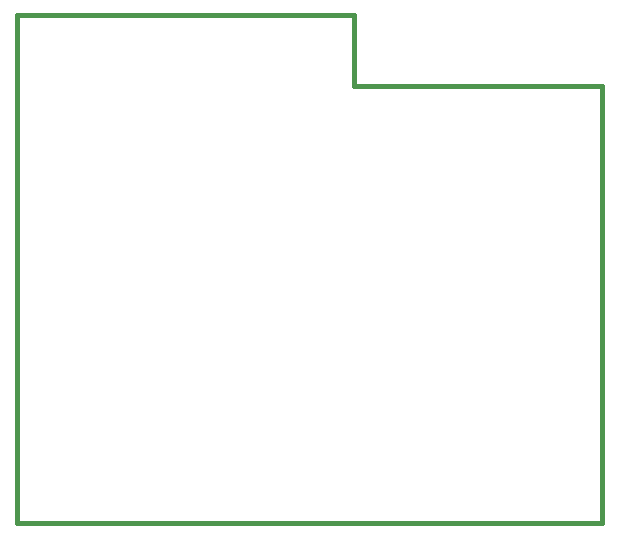
<source format=gbr>
G04 (created by PCBNEW-RS274X (2012-01-19 BZR 3256)-stable) date Mon 10 Dec 2012 15:28:45 GMT*
G01*
G70*
G90*
%MOIN*%
G04 Gerber Fmt 3.4, Leading zero omitted, Abs format*
%FSLAX34Y34*%
G04 APERTURE LIST*
%ADD10C,0.006000*%
%ADD11C,0.015000*%
G04 APERTURE END LIST*
G54D10*
G54D11*
X49802Y-48425D02*
X49802Y-31496D01*
X69291Y-33858D02*
X69291Y-48425D01*
X61023Y-33858D02*
X69291Y-33858D01*
X61023Y-31496D02*
X61023Y-33858D01*
X49802Y-31496D02*
X61023Y-31496D01*
X69291Y-48425D02*
X49802Y-48425D01*
M02*

</source>
